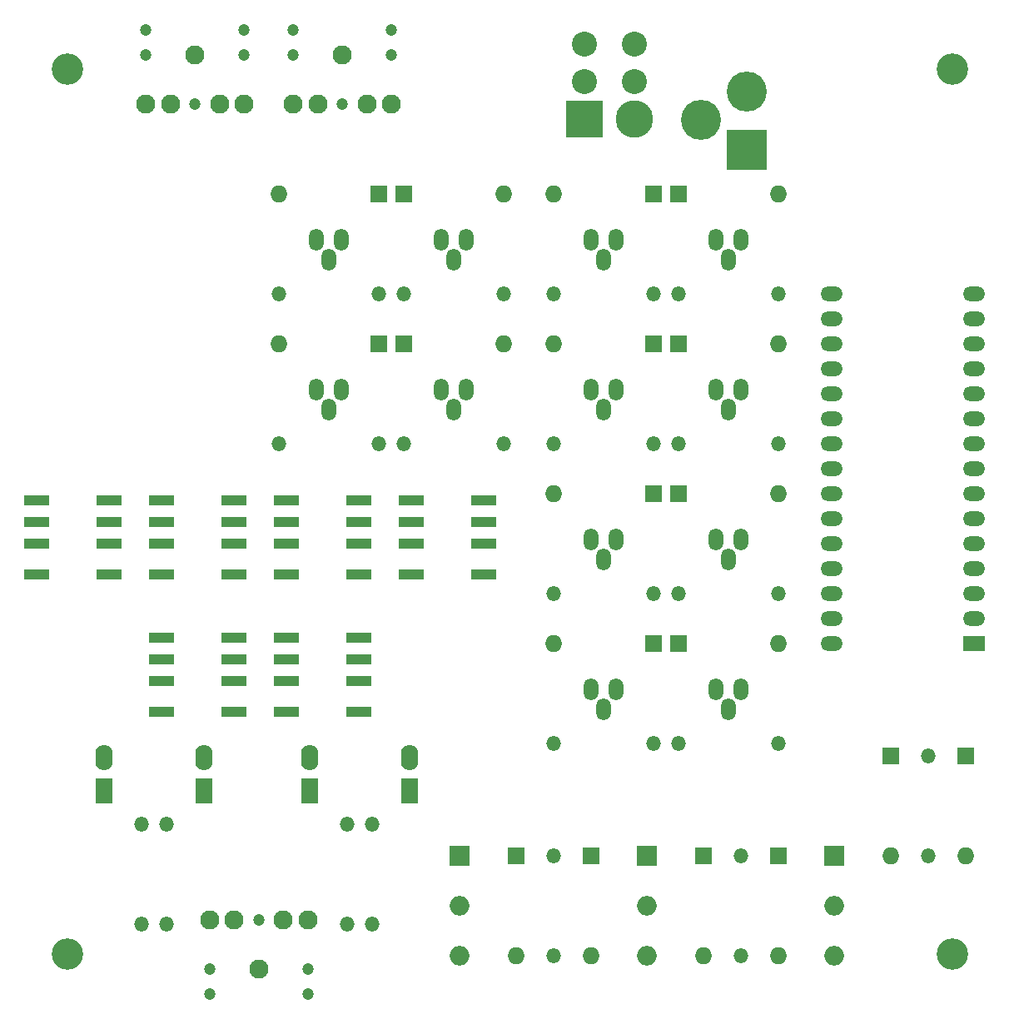
<source format=gts>
G04 (created by PCBNEW (2013-07-07 BZR 4022)-stable) date Mon 19 Oct 2020 04:14:25 AM CDT*
%MOIN*%
G04 Gerber Fmt 3.4, Leading zero omitted, Abs format*
%FSLAX34Y34*%
G01*
G70*
G90*
G04 APERTURE LIST*
%ADD10C,0.00590551*%
%ADD11O,0.059X0.0885*%
%ADD12C,0.0767717*%
%ADD13C,0.0472441*%
%ADD14O,0.059X0.059*%
%ADD15R,0.069X0.1035*%
%ADD16O,0.069X0.1035*%
%ADD17R,0.069X0.069*%
%ADD18O,0.069X0.069*%
%ADD19R,0.0984252X0.0393701*%
%ADD20R,0.0885X0.059*%
%ADD21O,0.0885X0.059*%
%ADD22C,0.125984*%
%ADD23R,0.0787402X0.0787402*%
%ADD24O,0.0787402X0.0787402*%
%ADD25R,0.16X0.16*%
%ADD26C,0.16*%
%ADD27R,0.15X0.15*%
%ADD28C,0.15*%
%ADD29C,0.1*%
G04 APERTURE END LIST*
G54D10*
G54D11*
X51500Y-73852D03*
X51000Y-74647D03*
X50500Y-73852D03*
X45500Y-67852D03*
X45000Y-68647D03*
X44500Y-67852D03*
X56500Y-85852D03*
X56000Y-86647D03*
X55500Y-85852D03*
X56500Y-73852D03*
X56000Y-74647D03*
X55500Y-73852D03*
X40500Y-73852D03*
X40000Y-74647D03*
X39500Y-73852D03*
X51500Y-79852D03*
X51000Y-80647D03*
X50500Y-79852D03*
X56500Y-79852D03*
X56000Y-80647D03*
X55500Y-79852D03*
X56500Y-67852D03*
X56000Y-68647D03*
X55500Y-67852D03*
X51500Y-67852D03*
X51000Y-68647D03*
X50500Y-67852D03*
X45500Y-73852D03*
X45000Y-74647D03*
X44500Y-73852D03*
X40500Y-67852D03*
X40000Y-68647D03*
X39500Y-67852D03*
X51500Y-85852D03*
X51000Y-86647D03*
X50500Y-85852D03*
G54D12*
X37204Y-97047D03*
X36220Y-95078D03*
X38188Y-95078D03*
X35236Y-95078D03*
X39173Y-95078D03*
G54D13*
X35236Y-97047D03*
X35236Y-98031D03*
X37204Y-95078D03*
X39173Y-97047D03*
X39173Y-98031D03*
G54D12*
X40551Y-60433D03*
X41535Y-62401D03*
X39566Y-62401D03*
X42519Y-62401D03*
X38582Y-62401D03*
G54D13*
X42519Y-60433D03*
X42519Y-59448D03*
X40551Y-62401D03*
X38582Y-60433D03*
X38582Y-59448D03*
G54D12*
X34645Y-60433D03*
X35629Y-62401D03*
X33661Y-62401D03*
X36614Y-62401D03*
X32677Y-62401D03*
G54D13*
X36614Y-60433D03*
X36614Y-59448D03*
X34645Y-62401D03*
X32677Y-60433D03*
X32677Y-59448D03*
G54D14*
X54000Y-76000D03*
X58000Y-76000D03*
X42000Y-70000D03*
X38000Y-70000D03*
X53000Y-76000D03*
X49000Y-76000D03*
X53000Y-82000D03*
X49000Y-82000D03*
X43000Y-70000D03*
X47000Y-70000D03*
X43000Y-76000D03*
X47000Y-76000D03*
X54000Y-82000D03*
X58000Y-82000D03*
X53000Y-88000D03*
X49000Y-88000D03*
X54000Y-88000D03*
X58000Y-88000D03*
X53000Y-70000D03*
X49000Y-70000D03*
X54000Y-70000D03*
X58000Y-70000D03*
X42000Y-76000D03*
X38000Y-76000D03*
X49000Y-96500D03*
X49000Y-92500D03*
X56500Y-96500D03*
X56500Y-92500D03*
X64000Y-92500D03*
X64000Y-88500D03*
X40750Y-95250D03*
X40750Y-91250D03*
X41750Y-95250D03*
X41750Y-91250D03*
X33500Y-95250D03*
X33500Y-91250D03*
X32500Y-95250D03*
X32500Y-91250D03*
G54D15*
X35000Y-89922D03*
G54D16*
X35000Y-88577D03*
G54D15*
X39250Y-89922D03*
G54D16*
X39250Y-88577D03*
G54D15*
X43250Y-89922D03*
G54D16*
X43250Y-88577D03*
G54D15*
X31000Y-89922D03*
G54D16*
X31000Y-88577D03*
G54D17*
X65500Y-88500D03*
G54D18*
X65500Y-92500D03*
G54D17*
X62500Y-88500D03*
G54D18*
X62500Y-92500D03*
G54D17*
X55000Y-92500D03*
G54D18*
X55000Y-96500D03*
G54D17*
X47500Y-92500D03*
G54D18*
X47500Y-96500D03*
G54D17*
X58000Y-92500D03*
G54D18*
X58000Y-96500D03*
G54D17*
X50500Y-92500D03*
G54D18*
X50500Y-96500D03*
G54D19*
X38293Y-80000D03*
X38293Y-79133D03*
X38293Y-78267D03*
X38293Y-81259D03*
X41206Y-80000D03*
X41206Y-79133D03*
X41206Y-78267D03*
X41206Y-81259D03*
X33293Y-80000D03*
X33293Y-79133D03*
X33293Y-78267D03*
X33293Y-81259D03*
X36206Y-80000D03*
X36206Y-79133D03*
X36206Y-78267D03*
X36206Y-81259D03*
X38293Y-85500D03*
X38293Y-84633D03*
X38293Y-83767D03*
X38293Y-86759D03*
X41206Y-85500D03*
X41206Y-84633D03*
X41206Y-83767D03*
X41206Y-86759D03*
X33293Y-85500D03*
X33293Y-84633D03*
X33293Y-83767D03*
X33293Y-86759D03*
X36206Y-85500D03*
X36206Y-84633D03*
X36206Y-83767D03*
X36206Y-86759D03*
X28293Y-80000D03*
X28293Y-79133D03*
X28293Y-78267D03*
X28293Y-81259D03*
X31206Y-80000D03*
X31206Y-79133D03*
X31206Y-78267D03*
X31206Y-81259D03*
X43293Y-80000D03*
X43293Y-79133D03*
X43293Y-78267D03*
X43293Y-81259D03*
X46206Y-80000D03*
X46206Y-79133D03*
X46206Y-78267D03*
X46206Y-81259D03*
G54D17*
X42000Y-72000D03*
G54D18*
X38000Y-72000D03*
G54D17*
X43000Y-72000D03*
G54D18*
X47000Y-72000D03*
G54D17*
X54000Y-66000D03*
G54D18*
X58000Y-66000D03*
G54D17*
X53000Y-66000D03*
G54D18*
X49000Y-66000D03*
G54D17*
X43000Y-66000D03*
G54D18*
X47000Y-66000D03*
G54D17*
X42000Y-66000D03*
G54D18*
X38000Y-66000D03*
G54D17*
X53000Y-84000D03*
G54D18*
X49000Y-84000D03*
G54D17*
X54000Y-84000D03*
G54D18*
X58000Y-84000D03*
G54D17*
X54000Y-72000D03*
G54D18*
X58000Y-72000D03*
G54D17*
X53000Y-72000D03*
G54D18*
X49000Y-72000D03*
G54D17*
X53000Y-78000D03*
G54D18*
X49000Y-78000D03*
G54D17*
X54000Y-78000D03*
G54D18*
X58000Y-78000D03*
G54D20*
X65852Y-84000D03*
G54D21*
X65852Y-83000D03*
X65852Y-82000D03*
X65852Y-81000D03*
X60147Y-79000D03*
X60147Y-80000D03*
X60147Y-81000D03*
X65852Y-80000D03*
X65852Y-79000D03*
X65852Y-78000D03*
X60147Y-78000D03*
X60147Y-77000D03*
X60147Y-76000D03*
X65852Y-77000D03*
X65852Y-76000D03*
X65852Y-75000D03*
X65852Y-74000D03*
X65852Y-73000D03*
X65852Y-72000D03*
X65852Y-71000D03*
X60147Y-75000D03*
X60147Y-74000D03*
X60147Y-73000D03*
X60147Y-72000D03*
X60147Y-71000D03*
X60147Y-70000D03*
X65852Y-70000D03*
X60147Y-82000D03*
X60147Y-83000D03*
X60147Y-84000D03*
G54D22*
X29527Y-61023D03*
X64960Y-61023D03*
X64960Y-96456D03*
X29527Y-96456D03*
G54D23*
X60250Y-92500D03*
G54D24*
X60250Y-94500D03*
X60250Y-96500D03*
G54D23*
X52750Y-92500D03*
G54D24*
X52750Y-94500D03*
X52750Y-96500D03*
G54D23*
X45250Y-92500D03*
G54D24*
X45250Y-94500D03*
X45250Y-96500D03*
G54D25*
X56750Y-64250D03*
G54D26*
X56750Y-61900D03*
X54900Y-63050D03*
G54D27*
X50250Y-63000D03*
G54D28*
X52250Y-63000D03*
G54D29*
X50250Y-61500D03*
X52250Y-61500D03*
X52250Y-60000D03*
X50250Y-60000D03*
M02*

</source>
